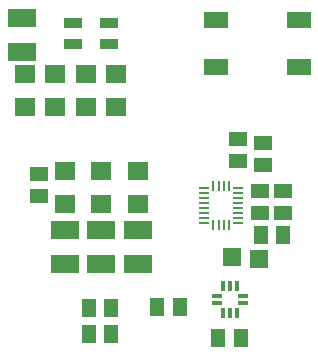
<source format=gtp>
G04 Layer_Color=8421504*
%FSLAX24Y24*%
%MOIN*%
G70*
G01*
G75*
%ADD10R,0.0709X0.0630*%
%ADD11R,0.0591X0.0354*%
%ADD12R,0.0512X0.0591*%
%ADD13R,0.0591X0.0512*%
%ADD14R,0.0945X0.0630*%
%ADD15R,0.0787X0.0551*%
%ADD16R,0.0591X0.0591*%
%ADD17R,0.0374X0.0157*%
%ADD18R,0.0157X0.0370*%
%ADD19R,0.0157X0.0374*%
%ADD20R,0.0109X0.0335*%
%ADD21R,0.0335X0.0109*%
D10*
X6939Y11585D02*
D03*
Y10482D02*
D03*
X5922Y11585D02*
D03*
Y10482D02*
D03*
X5217Y7274D02*
D03*
Y8376D02*
D03*
X6447Y7274D02*
D03*
Y8376D02*
D03*
X7677Y7264D02*
D03*
Y8366D02*
D03*
X3888Y11585D02*
D03*
Y10482D02*
D03*
X4905Y11585D02*
D03*
Y10482D02*
D03*
D11*
X5492Y12608D02*
D03*
Y13278D02*
D03*
X6713Y12608D02*
D03*
Y13278D02*
D03*
D12*
X8312Y3839D02*
D03*
X9060D02*
D03*
X6024Y2928D02*
D03*
X6772D02*
D03*
X6024Y3789D02*
D03*
X6772D02*
D03*
X10335Y2805D02*
D03*
X11083D02*
D03*
X11752Y6230D02*
D03*
X12500D02*
D03*
D13*
X4355Y7525D02*
D03*
Y8273D02*
D03*
X10984Y8679D02*
D03*
Y9427D02*
D03*
X11732Y7707D02*
D03*
Y6959D02*
D03*
X12490Y7707D02*
D03*
Y6959D02*
D03*
X11841Y9301D02*
D03*
Y8553D02*
D03*
D14*
X5217Y6388D02*
D03*
Y5266D02*
D03*
X6447Y6388D02*
D03*
Y5266D02*
D03*
X7677Y6388D02*
D03*
Y5266D02*
D03*
X3789Y12333D02*
D03*
Y13455D02*
D03*
D15*
X13017Y11836D02*
D03*
X10261D02*
D03*
X13017Y13410D02*
D03*
X10261D02*
D03*
D16*
X11683Y5433D02*
D03*
X10807Y5482D02*
D03*
D17*
X11169Y4203D02*
D03*
X10287D02*
D03*
Y3966D02*
D03*
X11169D02*
D03*
D18*
X10492Y4530D02*
D03*
X10965D02*
D03*
X10492Y3640D02*
D03*
X10965D02*
D03*
D19*
X10728Y4526D02*
D03*
Y3644D02*
D03*
D20*
X10179Y6545D02*
D03*
X10348D02*
D03*
X10687D02*
D03*
X10518D02*
D03*
X10179Y7864D02*
D03*
X10348D02*
D03*
X10687D02*
D03*
X10518D02*
D03*
D21*
X10994Y6612D02*
D03*
Y6781D02*
D03*
Y6951D02*
D03*
Y7120D02*
D03*
Y7797D02*
D03*
Y7628D02*
D03*
Y7459D02*
D03*
Y7289D02*
D03*
X9872Y6612D02*
D03*
Y6781D02*
D03*
Y6951D02*
D03*
Y7120D02*
D03*
Y7797D02*
D03*
Y7628D02*
D03*
Y7459D02*
D03*
Y7289D02*
D03*
M02*

</source>
